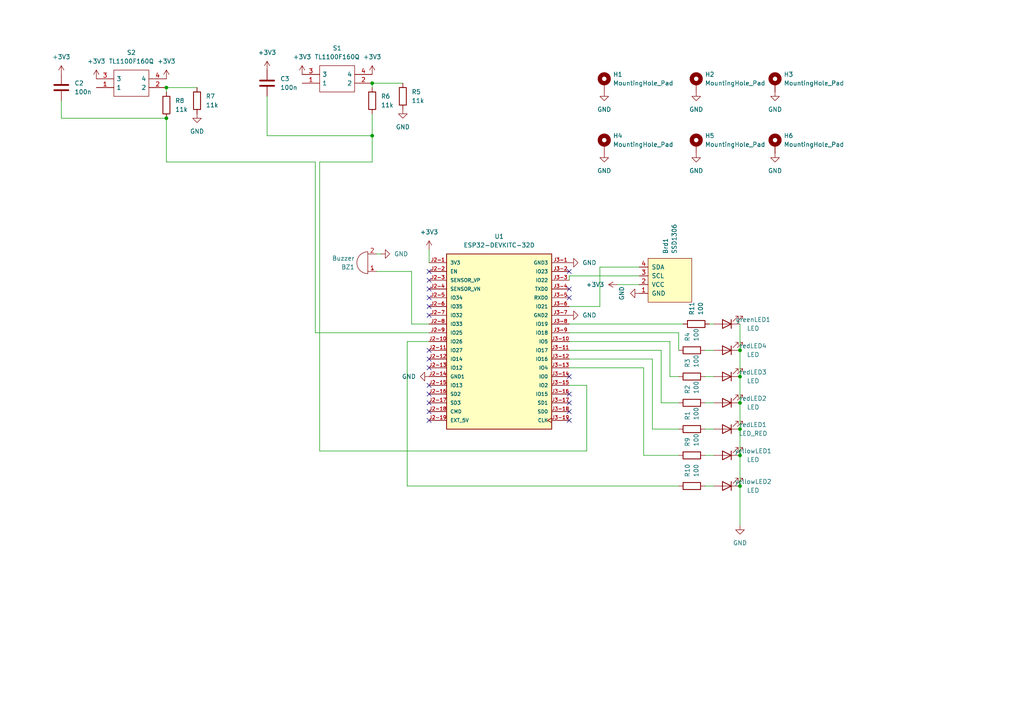
<source format=kicad_sch>
(kicad_sch (version 20230121) (generator eeschema)
  (paper "A4")
  (lib_symbols
    (symbol "Device:Buzzer" (pin_names (offset 0.0254) hide)
      (property "Reference" "BZ" (at 3.81 1.27 0))
      (property "Value" "Buzzer" (at 3.81 -1.27 0))
      (symbol "Buzzer_0_1"
        (arc (start 0 -3.175) (mid 3.1612 0) (end 0 3.175))
        (polyline (pts (xy -1.651 1.905) (xy -1.143 1.905)))
        (polyline (pts (xy -1.397 2.159) (xy -1.397 1.651)))
        (polyline (pts (xy 0 3.175) (xy 0 -3.175)))
      )
      (symbol "Buzzer_1_1"
        (pin passive line (at -2.54 2.54 0) (length 2.54) (name "-") (number "1"))
        (pin passive line (at -2.54 -2.54 0) (length 2.54) (name "+") (number "2"))
      )
    )
    (symbol "Device:C" (pin_numbers hide) (pin_names (offset 0.254))
      (property "Reference" "C" (at 0.635 2.54 0))
      (property "Value" "C" (at 0.635 -2.54 0))
      (symbol "C_0_1"
        (polyline (pts (xy -2.032 -0.762) (xy 2.032 -0.762)) (stroke (width 0.508)))
        (polyline (pts (xy -2.032 0.762) (xy 2.032 0.762)) (stroke (width 0.508)))
      )
      (symbol "C_1_1"
        (pin passive line (at 0 3.81 270) (length 2.794) (name "~") (number "1"))
        (pin passive line (at 0 -3.81 90) (length 2.794) (name "~") (number "2"))
      )
    )
    (symbol "Device:LED" (pin_numbers hide) (pin_names (offset 1.016) hide)
      (property "Reference" "D" (at 0 2.54 0))
      (property "Value" "LED" (at 0 -2.54 0))
      (symbol "LED_0_1"
        (polyline (pts (xy -1.27 -1.27) (xy -1.27 1.27)) (stroke (width 0.254)))
        (polyline (pts (xy -1.27 0) (xy 1.27 0)))
        (polyline (pts (xy 1.27 -1.27) (xy 1.27 1.27) (xy -1.27 0) (xy 1.27 -1.27)) (stroke (width 0.254)))
        (polyline (pts (xy -3.048 -0.762) (xy -4.572 -2.286) (xy -3.81 -2.286) (xy -4.572 -2.286) (xy -4.572 -1.524)))
        (polyline (pts (xy -1.778 -0.762) (xy -3.302 -2.286) (xy -2.54 -2.286) (xy -3.302 -2.286) (xy -3.302 -1.524)))
      )
      (symbol "LED_1_1"
        (pin passive line (at -3.81 0 0) (length 2.54) (name "K") (number "1"))
        (pin passive line (at 3.81 0 180) (length 2.54) (name "A") (number "2"))
      )
    )
    (symbol "Device:R" (pin_numbers hide) (pin_names (offset 0))
      (property "Reference" "R" (at 2.032 0 90))
      (property "Value" "R" (at 0 0 90))
      (symbol "R_0_1"
        (rectangle (start -1.016 -2.54) (end 1.016 2.54) (stroke (width 0.254)))
      )
      (symbol "R_1_1"
        (pin passive line (at 0 3.81 270) (length 1.27) (name "~") (number "1"))
        (pin passive line (at 0 -3.81 90) (length 1.27) (name "~") (number "2"))
      )
    )
    (symbol "ESP32-DEVKITC-32D:ESP32-DEVKITC-32D" (pin_names (offset 1.016))
      (property "Reference" "U" (at -15.2572 26.0643 0))
      (property "Value" "ESP32-DEVKITC-32D" (at -15.2563 -27.9698 0))
      (symbol "ESP32-DEVKITC-32D_0_0"
        (rectangle (start -15.24 25.4) (end 15.24 -25.4) (stroke (width 0.254)) (fill (type background)))
        (pin power_in line (at -20.32 22.86 0) (length 5.08) (name "3V3") (number "J2-1"))
        (pin bidirectional line (at -20.32 0 0) (length 5.08) (name "IO26") (number "J2-10"))
        (pin bidirectional line (at -20.32 -2.54 0) (length 5.08) (name "IO27") (number "J2-11"))
        (pin bidirectional line (at -20.32 -5.08 0) (length 5.08) (name "IO14") (number "J2-12"))
        (pin bidirectional line (at -20.32 -7.62 0) (length 5.08) (name "IO12") (number "J2-13"))
        (pin power_in line (at -20.32 -10.16 0) (length 5.08) (name "GND1") (number "J2-14"))
        (pin bidirectional line (at -20.32 -12.7 0) (length 5.08) (name "IO13") (number "J2-15"))
        (pin bidirectional line (at -20.32 -15.24 0) (length 5.08) (name "SD2") (number "J2-16"))
        (pin bidirectional line (at -20.32 -17.78 0) (length 5.08) (name "SD3") (number "J2-17"))
        (pin bidirectional line (at -20.32 -20.32 0) (length 5.08) (name "CMD") (number "J2-18"))
        (pin power_in line (at -20.32 -22.86 0) (length 5.08) (name "EXT_5V") (number "J2-19"))
        (pin input line (at -20.32 20.32 0) (length 5.08) (name "EN") (number "J2-2"))
        (pin input line (at -20.32 17.78 0) (length 5.08) (name "SENSOR_VP") (number "J2-3"))
        (pin input line (at -20.32 15.24 0) (length 5.08) (name "SENSOR_VN") (number "J2-4"))
        (pin bidirectional line (at -20.32 12.7 0) (length 5.08) (name "IO34") (number "J2-5"))
        (pin bidirectional line (at -20.32 10.16 0) (length 5.08) (name "IO35") (number "J2-6"))
        (pin bidirectional line (at -20.32 7.62 0) (length 5.08) (name "IO32") (number "J2-7"))
        (pin bidirectional line (at -20.32 5.08 0) (length 5.08) (name "IO33") (number "J2-8"))
        (pin bidirectional line (at -20.32 2.54 0) (length 5.08) (name "IO25") (number "J2-9"))
        (pin power_in line (at 20.32 22.86 180) (length 5.08) (name "GND3") (number "J3-1"))
        (pin bidirectional line (at 20.32 0 180) (length 5.08) (name "IO5") (number "J3-10"))
        (pin bidirectional line (at 20.32 -2.54 180) (length 5.08) (name "IO17") (number "J3-11"))
        (pin bidirectional line (at 20.32 -5.08 180) (length 5.08) (name "IO16") (number "J3-12"))
        (pin bidirectional line (at 20.32 -7.62 180) (length 5.08) (name "IO4") (number "J3-13"))
        (pin bidirectional line (at 20.32 -10.16 180) (length 5.08) (name "IO0") (number "J3-14"))
        (pin bidirectional line (at 20.32 -12.7 180) (length 5.08) (name "IO2") (number "J3-15"))
        (pin bidirectional line (at 20.32 -15.24 180) (length 5.08) (name "IO15") (number "J3-16"))
        (pin bidirectional line (at 20.32 -17.78 180) (length 5.08) (name "SD1") (number "J3-17"))
        (pin bidirectional line (at 20.32 -20.32 180) (length 5.08) (name "SD0") (number "J3-18"))
        (pin input clock (at 20.32 -22.86 180) (length 5.08) (name "CLK") (number "J3-19"))
        (pin bidirectional line (at 20.32 20.32 180) (length 5.08) (name "IO23") (number "J3-2"))
        (pin bidirectional line (at 20.32 17.78 180) (length 5.08) (name "IO22") (number "J3-3"))
        (pin output line (at 20.32 15.24 180) (length 5.08) (name "TXD0") (number "J3-4"))
        (pin input line (at 20.32 12.7 180) (length 5.08) (name "RXD0") (number "J3-5"))
        (pin bidirectional line (at 20.32 10.16 180) (length 5.08) (name "IO21") (number "J3-6"))
        (pin power_in line (at 20.32 7.62 180) (length 5.08) (name "GND2") (number "J3-7"))
        (pin bidirectional line (at 20.32 5.08 180) (length 5.08) (name "IO19") (number "J3-8"))
        (pin bidirectional line (at 20.32 2.54 180) (length 5.08) (name "IO18") (number "J3-9"))
      )
    )
    (symbol "Mechanical:MountingHole_Pad" (pin_numbers hide) (pin_names (offset 1.016) hide)
      (property "Reference" "H" (at 0 6.35 0))
      (property "Value" "MountingHole_Pad" (at 0 4.445 0))
      (symbol "MountingHole_Pad_0_1"
        (circle (center 0 1.27) (radius 1.27) (stroke (width 1.27)))
      )
      (symbol "MountingHole_Pad_1_1"
        (pin input line (at 0 -2.54 90) (length 2.54) (name "1") (number "1"))
      )
    )
    (symbol "OLED_display:SSD1306" (pin_names (offset 1.016))
      (property "Reference" "Brd" (at 0 -3.81 0))
      (property "Value" "SSD1306" (at 0 -1.27 0))
      (symbol "SSD1306_0_1"
        (rectangle (start -6.35 6.35) (end 6.35 -6.35) (fill (type background)))
      )
      (symbol "SSD1306_1_1"
        (pin input line (at -3.81 8.89 270) (length 2.54) (name "GND") (number "1"))
        (pin input line (at -1.27 8.89 270) (length 2.54) (name "VCC") (number "2"))
        (pin input line (at 1.27 8.89 270) (length 2.54) (name "SCL") (number "3"))
        (pin input line (at 3.81 8.89 270) (length 2.54) (name "SDA") (number "4"))
      )
    )
    (symbol "PushButton:TL1100F160Q" (pin_names (offset 0.762))
      (property "Reference" "S" (at 16.51 7.62 0))
      (property "Value" "TL1100F160Q" (at 16.51 5.08 0))
      (symbol "TL1100F160Q_0_0"
        (pin passive line (at 0 -2.54 0) (length 5.08) (name "1") (number "1"))
        (pin passive line (at 20.32 -2.54 180) (length 5.08) (name "2") (number "2"))
        (pin passive line (at 0 0 0) (length 5.08) (name "3") (number "3"))
        (pin passive line (at 20.32 0 180) (length 5.08) (name "4") (number "4"))
      )
      (symbol "TL1100F160Q_0_1"
        (polyline (pts (xy 5.08 2.54) (xy 15.24 2.54) (xy 15.24 -5.08) (xy 5.08 -5.08) (xy 5.08 2.54)) (stroke (width 0.1524)))
      )
    )
    (symbol "power:+3V3" (power) (pin_names (offset 0))
      (property "Value" "+3V3" (at 0 3.556 0))
      (symbol "+3V3_0_1"
        (polyline (pts (xy -0.762 1.27) (xy 0 2.54)))
        (polyline (pts (xy 0 0) (xy 0 2.54)))
        (polyline (pts (xy 0 2.54) (xy 0.762 1.27)))
      )
      (symbol "+3V3_1_1"
        (pin power_in line (at 0 0 90) (length 0) hide (name "+3V3") (number "1"))
      )
    )
    (symbol "power:GND" (power) (pin_names (offset 0))
      (property "Value" "GND" (at 0 -3.81 0))
      (symbol "GND_0_1"
        (polyline (pts (xy 0 0) (xy 0 -1.27) (xy 1.27 -1.27) (xy 0 -2.54) (xy -1.27 -1.27) (xy 0 -1.27)))
      )
      (symbol "GND_1_1"
        (pin power_in line (at 0 0 270) (length 0) hide (name "GND") (number "1"))
      )
    )
  )
  (junction (at 214.63 116.84))
  (junction (at 214.63 132.08))
  (junction (at 107.95 24.13))
  (junction (at 214.63 140.97))
  (junction (at 214.63 101.6))
  (junction (at 48.26 25.4))
  (junction (at 214.63 124.46))
  (junction (at 214.63 109.22))
  (junction (at 107.95 39.37))
  (junction (at 48.26 34.29))
  (no_connect (at 165.1 116.84))
  (no_connect (at 165.1 86.36))
  (no_connect (at 165.1 114.3))
  (no_connect (at 124.46 114.3))
  (no_connect (at 165.1 78.74))
  (no_connect (at 124.46 88.9))
  (no_connect (at 124.46 111.76))
  (no_connect (at 165.1 83.82))
  (no_connect (at 124.46 86.36))
  (no_connect (at 165.1 121.92))
  (no_connect (at 165.1 119.38))
  (no_connect (at 124.46 104.14))
  (no_connect (at 124.46 116.84))
  (no_connect (at 124.46 83.82))
  (no_connect (at 124.46 81.28))
  (no_connect (at 165.1 109.22))
  (no_connect (at 124.46 119.38))
  (no_connect (at 124.46 78.74))
  (no_connect (at 124.46 91.44))
  (no_connect (at 124.46 101.6))
  (no_connect (at 124.46 106.68))
  (no_connect (at 124.46 121.92))
  (wire (pts (xy 214.63 116.84) (xy 214.63 124.46)))
  (wire (pts (xy 194.31 99.06) (xy 194.31 109.22)))
  (wire (pts (xy 214.63 93.98) (xy 214.63 101.6)))
  (wire (pts (xy 173.99 88.9) (xy 165.1 88.9)))
  (wire (pts (xy 118.11 99.06) (xy 124.46 99.06)))
  (wire (pts (xy 204.47 101.6) (xy 207.01 101.6)))
  (wire (pts (xy 186.69 132.08) (xy 186.69 106.68)))
  (wire (pts (xy 107.95 24.13) (xy 116.84 24.13)))
  (wire (pts (xy 118.11 140.97) (xy 196.85 140.97)))
  (wire (pts (xy 92.71 46.99) (xy 92.71 130.81)))
  (wire (pts (xy 165.1 96.52) (xy 196.85 96.52)))
  (wire (pts (xy 107.95 33.02) (xy 107.95 39.37)))
  (wire (pts (xy 165.1 104.14) (xy 189.23 104.14)))
  (wire (pts (xy 124.46 72.39) (xy 124.46 76.2)))
  (wire (pts (xy 165.1 99.06) (xy 194.31 99.06)))
  (wire (pts (xy 77.47 27.94) (xy 77.47 39.37)))
  (wire (pts (xy 91.44 46.99) (xy 91.44 96.52)))
  (wire (pts (xy 204.47 109.22) (xy 207.01 109.22)))
  (wire (pts (xy 205.74 93.98) (xy 207.01 93.98)))
  (wire (pts (xy 191.77 101.6) (xy 191.77 116.84)))
  (wire (pts (xy 107.95 46.99) (xy 92.71 46.99)))
  (wire (pts (xy 119.38 93.98) (xy 124.46 93.98)))
  (wire (pts (xy 48.26 25.4) (xy 57.15 25.4)))
  (wire (pts (xy 91.44 46.99) (xy 48.26 46.99)))
  (wire (pts (xy 189.23 124.46) (xy 196.85 124.46)))
  (wire (pts (xy 185.42 80.01) (xy 165.1 80.01)))
  (wire (pts (xy 119.38 78.74) (xy 119.38 93.98)))
  (wire (pts (xy 191.77 116.84) (xy 196.85 116.84)))
  (wire (pts (xy 48.26 34.29) (xy 17.78 34.29)))
  (wire (pts (xy 165.1 101.6) (xy 191.77 101.6)))
  (wire (pts (xy 118.11 140.97) (xy 118.11 99.06)))
  (wire (pts (xy 165.1 106.68) (xy 186.69 106.68)))
  (wire (pts (xy 214.63 101.6) (xy 214.63 109.22)))
  (wire (pts (xy 107.95 25.4) (xy 107.95 24.13)))
  (wire (pts (xy 214.63 140.97) (xy 214.63 152.4)))
  (wire (pts (xy 107.95 46.99) (xy 107.95 39.37)))
  (wire (pts (xy 109.22 73.66) (xy 110.49 73.66)))
  (wire (pts (xy 196.85 132.08) (xy 186.69 132.08)))
  (wire (pts (xy 165.1 93.98) (xy 198.12 93.98)))
  (wire (pts (xy 185.42 77.47) (xy 173.99 77.47)))
  (wire (pts (xy 77.47 39.37) (xy 107.95 39.37)))
  (wire (pts (xy 204.47 140.97) (xy 207.01 140.97)))
  (wire (pts (xy 194.31 109.22) (xy 196.85 109.22)))
  (wire (pts (xy 179.07 82.55) (xy 185.42 82.55)))
  (wire (pts (xy 91.44 96.52) (xy 124.46 96.52)))
  (wire (pts (xy 92.71 130.81) (xy 170.18 130.81)))
  (wire (pts (xy 165.1 80.01) (xy 165.1 81.28)))
  (wire (pts (xy 204.47 124.46) (xy 207.01 124.46)))
  (wire (pts (xy 189.23 104.14) (xy 189.23 124.46)))
  (wire (pts (xy 173.99 77.47) (xy 173.99 88.9)))
  (wire (pts (xy 170.18 130.81) (xy 170.18 111.76)))
  (wire (pts (xy 204.47 132.08) (xy 207.01 132.08)))
  (wire (pts (xy 204.47 116.84) (xy 207.01 116.84)))
  (wire (pts (xy 214.63 109.22) (xy 214.63 116.84)))
  (wire (pts (xy 214.63 124.46) (xy 214.63 132.08)))
  (wire (pts (xy 196.85 96.52) (xy 196.85 101.6)))
  (wire (pts (xy 170.18 111.76) (xy 165.1 111.76)))
  (wire (pts (xy 48.26 25.4) (xy 48.26 26.67)))
  (wire (pts (xy 109.22 78.74) (xy 119.38 78.74)))
  (wire (pts (xy 214.63 132.08) (xy 214.63 140.97)))
  (wire (pts (xy 17.78 34.29) (xy 17.78 29.21)))
  (wire (pts (xy 48.26 46.99) (xy 48.26 34.29)))
  (symbol (lib_id "Device:C") (at 17.78 25.4 0) (unit 1)
    (property "Reference" "C2" (at 21.59 24.13 0) (effects (justify left)))
    (property "Value" "100n" (at 21.59 26.67 0) (effects (justify left)))
    (property "Footprint" "Capacitor_THT:CP_Radial_Tantal_D4.5mm_P5.00mm" (effects hide))
  )
  (symbol (lib_id "power:GND") (at 224.79 44.45 0) (unit 1)
    (property "Reference" "#PWR020" (effects hide))
    (property "Value" "GND" (at 224.79 49.53 0))
  )
  (symbol (lib_id "power:GND") (at 201.93 26.67 0) (unit 1)
    (property "Reference" "#PWR018" (effects hide))
    (property "Value" "GND" (at 201.93 31.75 0))
  )
  (symbol (lib_id "Device:R") (at 200.66 116.84 90) (unit 1)
    (property "Reference" "R2" (at 199.39 114.3 0) (effects (justify left)))
    (property "Value" "100" (at 201.93 114.3 0) (effects (justify left)))
    (property "Footprint" "Resistor_THT:R_Axial_DIN0309_L9.0mm_D3.2mm_P12.70mm_Horizontal" (effects hide))
  )
  (symbol (lib_id "Device:LED") (at 210.82 132.08 180) (unit 1)
    (property "Reference" "yellowLED1" (at 218.44 130.81 0))
    (property "Value" "LED" (at 218.44 133.35 0))
    (property "Footprint" "LED_THT:LED_D5.0mm" (effects hide))
  )
  (symbol (lib_id "Device:LED") (at 210.82 116.84 180) (unit 1)
    (property "Reference" "redLED2" (at 218.44 115.57 0))
    (property "Value" "LED" (at 218.44 118.11 0))
    (property "Footprint" "LED_THT:LED_D5.0mm" (effects hide))
  )
  (symbol (lib_id "Device:R") (at 57.15 29.21 180) (unit 1)
    (property "Reference" "R7" (at 59.69 27.94 0) (effects (justify right)))
    (property "Value" "11k" (at 59.69 30.48 0) (effects (justify right)))
    (property "Footprint" "Resistor_THT:R_Axial_DIN0309_L9.0mm_D3.2mm_P12.70mm_Horizontal" (effects hide))
  )
  (symbol (lib_id "Device:R") (at 107.95 29.21 180) (unit 1)
    (property "Reference" "R6" (at 110.49 27.94 0) (effects (justify right)))
    (property "Value" "11k" (at 110.49 30.48 0) (effects (justify right)))
    (property "Footprint" "Resistor_THT:R_Axial_DIN0309_L9.0mm_D3.2mm_P12.70mm_Horizontal" (effects hide))
  )
  (symbol (lib_id "PushButton:TL1100F160Q") (at 87.63 21.59 0) (unit 1)
    (property "Reference" "S1" (at 97.79 13.97 0))
    (property "Value" "TL1100F160Q" (at 97.79 16.51 0))
    (property "Footprint" "TL1100F160Q" (effects hide))
    (property "Datasheet" "https://configured-product-images.s3.amazonaws.com/2D/specs/TL1100F160Q.pdf" (effects hide))
    (property "Description" "TACT, 50mA, 12VDC SPST-NO, Off-(On) Through Hole" (effects hide))
    (property "Height" "12" (effects hide))
    (property "Mouser Part Number" "612-TL1100" (effects hide))
    (property "Mouser Price/Stock" "https://www.mouser.co.uk/ProductDetail/E-Switch/TL1100F160Q?qs=7Bi7Dg8SEnw0f0sbwKIXZA%3D%3D" (effects hide))
    (property "Manufacturer_Name" "E-Switch" (effects hide))
    (property "Manufacturer_Part_Number" "TL1100F160Q" (effects hide))
  )
  (symbol (lib_id "Device:LED") (at 210.82 140.97 180) (unit 1)
    (property "Reference" "yellowLED2" (at 218.44 139.7 0))
    (property "Value" "LED" (at 218.44 142.24 0))
    (property "Footprint" "LED_THT:LED_D5.0mm" (effects hide))
  )
  (symbol (lib_id "Device:R") (at 48.26 30.48 180) (unit 1)
    (property "Reference" "R8" (at 50.8 29.21 0) (effects (justify right)))
    (property "Value" "11k" (at 50.8 31.75 0) (effects (justify right)))
    (property "Footprint" "Resistor_THT:R_Axial_DIN0309_L9.0mm_D3.2mm_P12.70mm_Horizontal" (effects hide))
  )
  (symbol (lib_id "Mechanical:MountingHole_Pad") (at 224.79 24.13 0) (unit 1)
    (property "Reference" "H3" (at 227.33 21.59 0) (effects (justify left)))
    (property "Value" "MountingHole_Pad" (at 227.33 24.13 0) (effects (justify left)))
    (property "Footprint" "MountingHole:MountingHole_3.2mm_M3_ISO7380_Pad_TopBottom" (effects hide))
  )
  (symbol (lib_id "power:GND") (at 175.26 26.67 0) (unit 1)
    (property "Reference" "#PWR017" (effects hide))
    (property "Value" "GND" (at 175.26 31.75 0))
  )
  (symbol (lib_id "power:+3V3") (at 27.94 22.86 0) (unit 1)
    (property "Reference" "#PWR010" (effects hide))
    (property "Value" "+3V3" (at 27.94 17.78 0))
  )
  (symbol (lib_id "Device:LED") (at 210.82 93.98 180) (unit 1)
    (property "Reference" "greenLED1" (at 218.44 92.71 0))
    (property "Value" "LED" (at 218.44 95.25 0))
    (property "Footprint" "LED_THT:LED_D5.0mm" (effects hide))
  )
  (symbol (lib_id "power:GND") (at 214.63 152.4 0) (unit 1)
    (property "Reference" "#PWR01" (effects hide))
    (property "Value" "GND" (at 214.63 157.48 0))
  )
  (symbol (lib_id "Device:R") (at 200.66 109.22 90) (unit 1)
    (property "Reference" "R3" (at 199.39 106.68 0) (effects (justify left)))
    (property "Value" "100" (at 201.93 106.68 0) (effects (justify left)))
    (property "Footprint" "Resistor_THT:R_Axial_DIN0309_L9.0mm_D3.2mm_P12.70mm_Horizontal" (effects hide))
  )
  (symbol (lib_id "power:GND") (at 175.26 44.45 0) (unit 1)
    (property "Reference" "#PWR022" (effects hide))
    (property "Value" "GND" (at 175.26 49.53 0))
  )
  (symbol (lib_id "Device:Buzzer") (at 106.68 76.2 180) (unit 1)
    (property "Reference" "BZ1" (at 102.87 77.47 0) (effects (justify left)))
    (property "Value" "Buzzer" (at 102.87 74.93 0) (effects (justify left)))
    (property "Footprint" "Buzzer_Beeper:Buzzer_12x9.5RM7.6" (effects hide))
  )
  (symbol (lib_id "Mechanical:MountingHole_Pad") (at 201.93 41.91 0) (unit 1)
    (property "Reference" "H5" (at 204.47 39.37 0) (effects (justify left)))
    (property "Value" "MountingHole_Pad" (at 204.47 41.91 0) (effects (justify left)))
    (property "Footprint" "MountingHole:MountingHole_3.2mm_M3_ISO7380_Pad_TopBottom" (effects hide))
  )
  (symbol (lib_id "Device:R") (at 200.66 101.6 90) (unit 1)
    (property "Reference" "R4" (at 199.39 99.06 0) (effects (justify left)))
    (property "Value" "100" (at 201.93 99.06 0) (effects (justify left)))
    (property "Footprint" "Resistor_THT:R_Axial_DIN0309_L9.0mm_D3.2mm_P12.70mm_Horizontal" (effects hide))
  )
  (symbol (lib_id "power:GND") (at 165.1 76.2 90) (unit 1)
    (property "Reference" "#PWR02" (effects hide))
    (property "Value" "GND" (at 168.91 76.2 90) (effects (justify right)))
  )
  (symbol (lib_id "power:GND") (at 165.1 91.44 90) (unit 1)
    (property "Reference" "#PWR04" (effects hide))
    (property "Value" "GND" (at 168.91 91.44 90) (effects (justify right)))
  )
  (symbol (lib_id "power:GND") (at 57.15 33.02 0) (unit 1)
    (property "Reference" "#PWR012" (effects hide))
    (property "Value" "GND" (at 57.15 38.1 0))
  )
  (symbol (lib_id "power:GND") (at 224.79 26.67 0) (unit 1)
    (property "Reference" "#PWR019" (effects hide))
    (property "Value" "GND" (at 224.79 31.75 0))
  )
  (symbol (lib_id "power:+3V3") (at 107.95 21.59 0) (unit 1)
    (property "Reference" "#PWR06" (effects hide))
    (property "Value" "+3V3" (at 107.95 16.51 0))
  )
  (symbol (lib_id "power:+3V3") (at 87.63 21.59 0) (unit 1)
    (property "Reference" "#PWR05" (effects hide))
    (property "Value" "+3V3" (at 87.63 16.51 0))
  )
  (symbol (lib_id "power:+3V3") (at 48.26 22.86 0) (unit 1)
    (property "Reference" "#PWR011" (effects hide))
    (property "Value" "+3V3" (at 48.26 17.78 0))
  )
  (symbol (lib_id "Device:R") (at 116.84 27.94 180) (unit 1)
    (property "Reference" "R5" (at 119.38 26.67 0) (effects (justify right)))
    (property "Value" "11k" (at 119.38 29.21 0) (effects (justify right)))
    (property "Footprint" "Resistor_THT:R_Axial_DIN0309_L9.0mm_D3.2mm_P12.70mm_Horizontal" (effects hide))
  )
  (symbol (lib_id "Device:LED") (at 210.82 109.22 180) (unit 1)
    (property "Reference" "redLED3" (at 218.44 107.95 0))
    (property "Value" "LED" (at 218.44 110.49 0))
    (property "Footprint" "LED_THT:LED_D5.0mm" (effects hide))
  )
  (symbol (lib_id "power:+3V3") (at 179.07 82.55 90) (unit 1)
    (property "Reference" "#PWR015" (effects hide))
    (property "Value" "+3V3" (at 175.26 82.55 90) (effects (justify left)))
  )
  (symbol (lib_id "Mechanical:MountingHole_Pad") (at 224.79 41.91 0) (unit 1)
    (property "Reference" "H6" (at 227.33 39.37 0) (effects (justify left)))
    (property "Value" "MountingHole_Pad" (at 227.33 41.91 0) (effects (justify left)))
    (property "Footprint" "MountingHole:MountingHole_3.2mm_M3_ISO7380_Pad_TopBottom" (effects hide))
  )
  (symbol (lib_id "power:GND") (at 116.84 31.75 0) (unit 1)
    (property "Reference" "#PWR08" (effects hide))
    (property "Value" "GND" (at 116.84 36.83 0))
  )
  (symbol (lib_id "Device:R") (at 200.66 140.97 90) (unit 1)
    (property "Reference" "R10" (at 199.39 138.43 0) (effects (justify left)))
    (property "Value" "100" (at 201.93 138.43 0) (effects (justify left)))
    (property "Footprint" "Resistor_THT:R_Axial_DIN0309_L9.0mm_D3.2mm_P12.70mm_Horizontal" (effects hide))
  )
  (symbol (lib_id "ESP32-DEVKITC-32D:ESP32-DEVKITC-32D") (at 144.78 99.06 0) (unit 1)
    (property "Reference" "U1" (at 144.78 68.58 0))
    (property "Value" "ESP32-DEVKITC-32D" (at 144.78 71.12 0))
    (property "Footprint" "dev_kits:MODULE_ESP32-DEVKITC-32D" (effects hide))
    (property "MF" "Espressif Systems" (effects hide))
    (property "MAXIMUM_PACKAGE_HEIGHT" "N/A" (effects hide))
    (property "Package" "None" (effects hide))
    (property "Price" "None" (effects hide))
    (property "Check_prices" "https://www.snapeda.com/parts/ESP32-DEVKITC-32D/Espressif+Systems/view-part/?ref=eda" (effects hide))
    (property "STANDARD" "Manufacturer Recommendations" (effects hide))
    (property "PARTREV" "V4" (effects hide))
    (property "SnapEDA_Link" "https://www.snapeda.com/parts/ESP32-DEVKITC-32D/Espressif+Systems/view-part/?ref=snap" (effects hide))
    (property "MP" "ESP32-DEVKITC-32D" (effects hide))
    (property "Description" "\nWiFi Development Tools (802.11) ESP32 General Development Kit, ESP32-WROOM-32D on the board\n" (effects hide))
    (property "MANUFACTURER" "Espressif Systems" (effects hide))
    (property "Availability" "In Stock" (effects hide))
    (property "SNAPEDA_PN" "ESP32-DEVKITC-32D" (effects hide))
  )
  (symbol (lib_id "Device:C") (at 77.47 24.13 0) (unit 1)
    (property "Reference" "C3" (at 81.28 22.86 0) (effects (justify left)))
    (property "Value" "100n" (at 81.28 25.4 0) (effects (justify left)))
    (property "Footprint" "Capacitor_THT:CP_Radial_Tantal_D4.5mm_P5.00mm" (effects hide))
  )
  (symbol (lib_id "Mechanical:MountingHole_Pad") (at 175.26 41.91 0) (unit 1)
    (property "Reference" "H4" (at 177.8 39.37 0) (effects (justify left)))
    (property "Value" "MountingHole_Pad" (at 177.8 41.91 0) (effects (justify left)))
    (property "Footprint" "MountingHole:MountingHole_3.2mm_M3_ISO7380_Pad_TopBottom" (effects hide))
  )
  (symbol (lib_id "power:GND") (at 185.42 85.09 270) (unit 1)
    (property "Reference" "#PWR014" (effects hide))
    (property "Value" "GND" (at 180.34 85.09 0))
  )
  (symbol (lib_id "Mechanical:MountingHole_Pad") (at 175.26 24.13 0) (unit 1)
    (property "Reference" "H1" (at 177.8 21.59 0) (effects (justify left)))
    (property "Value" "MountingHole_Pad" (at 177.8 24.13 0) (effects (justify left)))
    (property "Footprint" "MountingHole:MountingHole_3.2mm_M3_ISO7380_Pad_TopBottom" (effects hide))
  )
  (symbol (lib_id "Mechanical:MountingHole_Pad") (at 201.93 24.13 0) (unit 1)
    (property "Reference" "H2" (at 204.47 21.59 0) (effects (justify left)))
    (property "Value" "MountingHole_Pad" (at 204.47 24.13 0) (effects (justify left)))
    (property "Footprint" "MountingHole:MountingHole_3.2mm_M3_ISO7380_Pad_TopBottom" (effects hide))
  )
  (symbol (lib_id "Device:R") (at 201.93 93.98 90) (unit 1)
    (property "Reference" "R11" (at 200.66 91.44 0) (effects (justify left)))
    (property "Value" "100" (at 203.2 91.44 0) (effects (justify left)))
    (property "Footprint" "Resistor_THT:R_Axial_DIN0309_L9.0mm_D3.2mm_P12.70mm_Horizontal" (effects hide))
  )
  (symbol (lib_id "PushButton:TL1100F160Q") (at 27.94 22.86 0) (unit 1)
    (property "Reference" "S2" (at 38.1 15.24 0))
    (property "Value" "TL1100F160Q" (at 38.1 17.78 0))
    (property "Footprint" "TL1100F160Q" (effects hide))
    (property "Datasheet" "https://configured-product-images.s3.amazonaws.com/2D/specs/TL1100F160Q.pdf" (effects hide))
    (property "Description" "TACT, 50mA, 12VDC SPST-NO, Off-(On) Through Hole" (effects hide))
    (property "Height" "12" (effects hide))
    (property "Mouser Part Number" "612-TL1100" (effects hide))
    (property "Mouser Price/Stock" "https://www.mouser.co.uk/ProductDetail/E-Switch/TL1100F160Q?qs=7Bi7Dg8SEnw0f0sbwKIXZA%3D%3D" (effects hide))
    (property "Manufacturer_Name" "E-Switch" (effects hide))
    (property "Manufacturer_Part_Number" "TL1100F160Q" (effects hide))
  )
  (symbol (lib_id "Device:LED") (at 210.82 101.6 180) (unit 1)
    (property "Reference" "redLED4" (at 218.44 100.33 0))
    (property "Value" "LED" (at 218.44 102.87 0))
    (property "Footprint" "LED_THT:LED_D5.0mm" (effects hide))
  )
  (symbol (lib_id "power:+3V3") (at 77.47 20.32 0) (unit 1)
    (property "Reference" "#PWR07" (effects hide))
    (property "Value" "+3V3" (at 77.47 15.24 0))
  )
  (symbol (lib_id "Device:LED") (at 210.82 124.46 180) (unit 1)
    (property "Reference" "redLED1" (at 218.44 123.19 0))
    (property "Value" "LED_RED" (at 218.44 125.73 0))
    (property "Footprint" "LED_THT:LED_D5.0mm" (effects hide))
  )
  (symbol (lib_id "power:GND") (at 124.46 109.22 270) (unit 1)
    (property "Reference" "#PWR03" (effects hide))
    (property "Value" "GND" (at 120.65 109.22 90) (effects (justify right)))
  )
  (symbol (lib_id "power:GND") (at 201.93 44.45 0) (unit 1)
    (property "Reference" "#PWR021" (effects hide))
    (property "Value" "GND" (at 201.93 49.53 0))
  )
  (symbol (lib_id "OLED_display:SSD1306") (at 194.31 81.28 90) (unit 1)
    (property "Reference" "Brd1" (at 193.04 73.66 0) (effects (justify left)))
    (property "Value" "SSD1306" (at 195.58 73.66 0) (effects (justify left)))
    (property "Footprint" "OLED_display:OLED_display_SSD1306" (effects hide))
  )
  (symbol (lib_id "Device:R") (at 200.66 124.46 90) (unit 1)
    (property "Reference" "R1" (at 199.39 121.92 0) (effects (justify left)))
    (property "Value" "100" (at 201.93 121.92 0) (effects (justify left)))
    (property "Footprint" "Resistor_THT:R_Axial_DIN0309_L9.0mm_D3.2mm_P12.70mm_Horizontal" (effects hide))
  )
  (symbol (lib_id "power:+3V3") (at 17.78 21.59 0) (unit 1)
    (property "Reference" "#PWR09" (effects hide))
    (property "Value" "+3V3" (at 17.78 16.51 0))
  )
  (symbol (lib_id "power:GND") (at 110.49 73.66 90) (unit 1)
    (property "Reference" "#PWR016" (effects hide))
    (property "Value" "GND" (at 114.3 73.66 90) (effects (justify right)))
  )
  (symbol (lib_id "power:+3V3") (at 124.46 72.39 0) (unit 1)
    (property "Reference" "#PWR013" (effects hide))
    (property "Value" "+3V3" (at 124.46 67.31 0))
  )
  (symbol (lib_id "Device:R") (at 200.66 132.08 90) (unit 1)
    (property "Reference" "R9" (at 199.39 129.54 0) (effects (justify left)))
    (property "Value" "100" (at 201.93 129.54 0) (effects (justify left)))
    (property "Footprint" "Resistor_THT:R_Axial_DIN0309_L9.0mm_D3.2mm_P12.70mm_Horizontal" (effects hide))
  )
)
</source>
